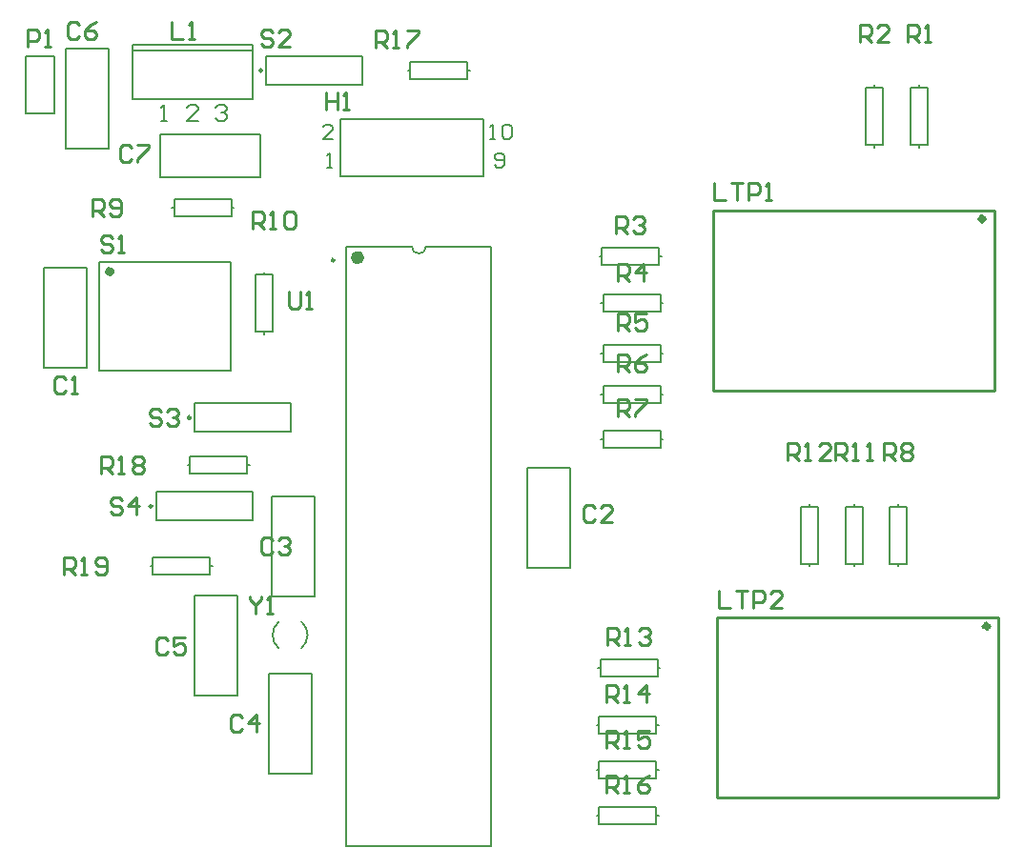
<source format=gbr>
%TF.GenerationSoftware,Altium Limited,Altium Designer,18.1.7 (191)*%
G04 Layer_Color=65535*
%FSLAX26Y26*%
%MOIN*%
%TF.FileFunction,Legend,Top*%
%TF.Part,Single*%
G01*
G75*
%TA.AperFunction,NonConductor*%
%ADD23C,0.007874*%
%ADD24C,0.009842*%
%ADD25C,0.023622*%
%ADD26C,0.020000*%
%ADD27C,0.025000*%
%ADD28C,0.010000*%
%ADD29C,0.007870*%
%ADD30C,0.005906*%
%ADD31C,0.008000*%
D23*
X1064601Y758570D02*
G03*
X1065242Y850875I-39601J46429D01*
G01*
X984759Y850482D02*
G03*
X985399Y758177I40242J-45875D01*
G01*
X1450000Y2164213D02*
G03*
X1500000Y2164213I25000J0D01*
G01*
X895630Y2679606D02*
Y2868583D01*
X474370Y2679606D02*
Y2868583D01*
Y2679606D02*
X895630D01*
X474370Y2868583D02*
X895630D01*
X474370Y2848898D02*
X895630D01*
X960000Y1288276D02*
X1110000D01*
Y938277D02*
Y1288276D01*
X960000Y938277D02*
X1110000D01*
X960000D02*
Y1288276D01*
X1855000Y1040399D02*
X2005000D01*
X1855000D02*
Y1390399D01*
X2005000D01*
Y1040399D02*
Y1390399D01*
X920000Y2405000D02*
Y2555000D01*
X570000Y2405000D02*
X920000D01*
X570000D02*
Y2555000D01*
X920000D01*
X611000Y2300000D02*
X620000D01*
X820000D02*
X829000D01*
X620000D02*
Y2330000D01*
X820000D01*
Y2270000D02*
Y2330000D01*
X620000Y2270000D02*
X820000D01*
X620000D02*
Y2300000D01*
X240000Y2855000D02*
X390000D01*
Y2505000D02*
Y2855000D01*
X240000Y2505000D02*
X390000D01*
X240000D02*
Y2855000D01*
X1221063Y65787D02*
Y2164213D01*
X1728937Y65787D02*
Y2164213D01*
X1221063D02*
X1450000D01*
X1500000D02*
X1728937D01*
X1221063Y65787D02*
X1728937D01*
X165000Y1740000D02*
X315000D01*
X165000D02*
Y2090000D01*
X315000D01*
Y1740000D02*
Y2090000D01*
X100000Y2830000D02*
X200000D01*
Y2630000D02*
Y2830000D01*
X100000Y2630000D02*
X200000D01*
X100000D02*
Y2830000D01*
X3225000Y2520000D02*
X3255000D01*
Y2720000D01*
X3195000D02*
X3255000D01*
X3195000Y2520000D02*
Y2720000D01*
Y2520000D02*
X3225000D01*
Y2720000D02*
Y2729000D01*
Y2511000D02*
Y2520000D01*
X3067308D02*
X3097308D01*
Y2720000D01*
X3037308D02*
X3097308D01*
X3037308Y2520000D02*
Y2720000D01*
Y2520000D02*
X3067308D01*
Y2720000D02*
Y2729000D01*
Y2511000D02*
Y2520000D01*
X2315000Y2130000D02*
Y2160000D01*
X2115000D02*
X2315000D01*
X2115000Y2100000D02*
Y2160000D01*
Y2100000D02*
X2315000D01*
Y2130000D01*
X2106000D02*
X2115000D01*
X2315000D02*
X2324000D01*
X2320000Y1965000D02*
Y1995000D01*
X2120000D02*
X2320000D01*
X2120000Y1935000D02*
Y1995000D01*
Y1935000D02*
X2320000D01*
Y1965000D01*
X2111000D02*
X2120000D01*
X2320000D02*
X2329000D01*
X2320000Y1790000D02*
Y1820000D01*
X2120000D02*
X2320000D01*
X2120000Y1760000D02*
Y1820000D01*
Y1760000D02*
X2320000D01*
Y1790000D01*
X2111000D02*
X2120000D01*
X2320000D02*
X2329000D01*
X2320000Y1646538D02*
Y1676538D01*
X2120000D02*
X2320000D01*
X2120000Y1616538D02*
Y1676538D01*
Y1616538D02*
X2320000D01*
Y1646538D01*
X2111000D02*
X2120000D01*
X2320000D02*
X2329000D01*
X2320000Y1488846D02*
Y1518846D01*
X2120000D02*
X2320000D01*
X2120000Y1458846D02*
Y1518846D01*
Y1458846D02*
X2320000D01*
Y1488846D01*
X2111000D02*
X2120000D01*
X2320000D02*
X2329000D01*
X1200000Y2410000D02*
X1700000D01*
X1200000Y2610000D02*
X1700000D01*
X1200000Y2410000D02*
Y2610000D01*
X1700000Y2410000D02*
Y2610000D01*
X3151952Y1054267D02*
X3181952D01*
Y1254267D01*
X3121952D02*
X3181952D01*
X3121952Y1054267D02*
Y1254267D01*
Y1054267D02*
X3151952D01*
Y1254267D02*
Y1263267D01*
Y1045267D02*
Y1054267D01*
X935000Y1865000D02*
X965000D01*
Y2065000D01*
X905000D02*
X965000D01*
X905000Y1865000D02*
Y2065000D01*
Y1865000D02*
X935000D01*
Y2065000D02*
Y2074000D01*
Y1856000D02*
Y1865000D01*
X2997121Y1054267D02*
X3027121D01*
Y1254267D01*
X2967121D02*
X3027121D01*
X2967121Y1054267D02*
Y1254267D01*
Y1054267D02*
X2997121D01*
Y1254267D02*
Y1263267D01*
Y1045267D02*
Y1054267D01*
X2839428D02*
X2869428D01*
Y1254267D01*
X2809428D02*
X2869428D01*
X2809428Y1054267D02*
Y1254267D01*
Y1054267D02*
X2839428D01*
Y1254267D02*
Y1263267D01*
Y1045267D02*
Y1054267D01*
X2310000Y690000D02*
Y720000D01*
X2110000D02*
X2310000D01*
X2110000Y660000D02*
Y720000D01*
Y660000D02*
X2310000D01*
Y690000D01*
X2101000D02*
X2110000D01*
X2310000D02*
X2319000D01*
X2305733Y489044D02*
Y519044D01*
X2105733D02*
X2305733D01*
X2105733Y459044D02*
Y519044D01*
Y459044D02*
X2305733D01*
Y489044D01*
X2096733D02*
X2105733D01*
X2305733D02*
X2314733D01*
X2305733Y331351D02*
Y361351D01*
X2105733D02*
X2305733D01*
X2105733Y301351D02*
Y361351D01*
Y301351D02*
X2305733D01*
Y331351D01*
X2096733D02*
X2105733D01*
X2305733D02*
X2314733D01*
X2305733Y173659D02*
Y203659D01*
X2105733D02*
X2305733D01*
X2105733Y143659D02*
Y203659D01*
Y143659D02*
X2305733D01*
Y173659D01*
X2096733D02*
X2105733D01*
X2305733D02*
X2314733D01*
X690000Y591968D02*
Y941968D01*
Y591968D02*
X840000D01*
Y941968D01*
X690000D02*
X840000D01*
X950000Y320000D02*
Y670000D01*
Y320000D02*
X1100000D01*
Y670000D01*
X950000D02*
X1100000D01*
X941496Y2830000D02*
X1278504D01*
Y2730000D02*
Y2830000D01*
X941496Y2730000D02*
X1278504D01*
X941496D02*
Y2830000D01*
X1645000Y2780000D02*
Y2810000D01*
X1445000D02*
X1645000D01*
X1445000Y2750000D02*
Y2810000D01*
Y2750000D02*
X1645000D01*
Y2780000D01*
X1436000D02*
X1445000D01*
X1645000D02*
X1654000D01*
X691496Y1615000D02*
X1028504D01*
Y1515000D02*
Y1615000D01*
X691496Y1515000D02*
X1028504D01*
X691496D02*
Y1615000D01*
X675000Y1370000D02*
Y1400000D01*
Y1370000D02*
X875000D01*
Y1430000D01*
X675000D02*
X875000D01*
X675000Y1400000D02*
Y1430000D01*
X875000Y1400000D02*
X884000D01*
X666000D02*
X675000D01*
X556496Y1305000D02*
X893504D01*
Y1205000D02*
Y1305000D01*
X556496Y1205000D02*
X893504D01*
X556496D02*
Y1305000D01*
X545000Y1015000D02*
Y1045000D01*
Y1015000D02*
X745000D01*
Y1075000D01*
X545000D02*
X745000D01*
X545000Y1045000D02*
Y1075000D01*
X745000Y1045000D02*
X754000D01*
X536000D02*
X545000D01*
D24*
X1179921Y2116181D02*
G03*
X1179921Y2116181I-4921J0D01*
G01*
X927480Y2779961D02*
G03*
X927480Y2779961I-4921J0D01*
G01*
X677480Y1564961D02*
G03*
X677480Y1564961I-4921J0D01*
G01*
X542480Y1254961D02*
G03*
X542480Y1254961I-4921J0D01*
G01*
D25*
X1272244Y2124843D02*
G03*
X1272244Y2124843I-11811J0D01*
G01*
D26*
X3466000Y835000D02*
G03*
X3466000Y835000I-7000J0D01*
G01*
X3450870Y2259961D02*
G03*
X3450870Y2259961I-7000J0D01*
G01*
D27*
X398234Y2076000D02*
G03*
X398234Y2076000I-4234J0D01*
G01*
D28*
X2518000Y865000D02*
X3502252D01*
X2518000Y235079D02*
Y865000D01*
Y235079D02*
X2518079Y235000D01*
X3502252D01*
Y865000D01*
X2502870Y2289961D02*
X3487122D01*
X2502870Y1660040D02*
Y2289961D01*
Y1660040D02*
X2502949Y1659961D01*
X3487122D01*
Y2289961D01*
X610000Y2948481D02*
Y2888500D01*
X649987D01*
X669981D02*
X689974D01*
X679977D01*
Y2948481D01*
X669981Y2938484D01*
X469987Y2509984D02*
X459990Y2519981D01*
X439997D01*
X430000Y2509984D01*
Y2469997D01*
X439997Y2460000D01*
X459990D01*
X469987Y2469997D01*
X489981Y2519981D02*
X529968D01*
Y2509984D01*
X489981Y2469997D01*
Y2460000D01*
X286487Y2938484D02*
X276490Y2948481D01*
X256497D01*
X246500Y2938484D01*
Y2898497D01*
X256497Y2888500D01*
X276490D01*
X286487Y2898497D01*
X346468Y2948481D02*
X326474Y2938484D01*
X306481Y2918490D01*
Y2898497D01*
X316477Y2888500D01*
X336471D01*
X346468Y2898497D01*
Y2908494D01*
X336471Y2918490D01*
X306481D01*
X106500Y2863500D02*
Y2923481D01*
X136490D01*
X146487Y2913484D01*
Y2893490D01*
X136490Y2883494D01*
X106500D01*
X166481Y2863500D02*
X186474D01*
X176477D01*
Y2923481D01*
X166481Y2913484D01*
X885000Y939981D02*
Y929984D01*
X904994Y909990D01*
X924987Y929984D01*
Y939981D01*
X904994Y909990D02*
Y880000D01*
X944981D02*
X964974D01*
X954977D01*
Y939981D01*
X944981Y929984D01*
X1020000Y2004981D02*
Y1954997D01*
X1029997Y1945000D01*
X1049990D01*
X1059987Y1954997D01*
Y2004981D01*
X1079981Y1945000D02*
X1099974D01*
X1089977D01*
Y2004981D01*
X1079981Y1994984D01*
X437987Y1274984D02*
X427990Y1284981D01*
X407997D01*
X398000Y1274984D01*
Y1264987D01*
X407997Y1254990D01*
X427990D01*
X437987Y1244994D01*
Y1234997D01*
X427990Y1225000D01*
X407997D01*
X398000Y1234997D01*
X487971Y1225000D02*
Y1284981D01*
X457981Y1254990D01*
X497968D01*
X572987Y1584984D02*
X562990Y1594981D01*
X542997D01*
X533000Y1584984D01*
Y1574987D01*
X542997Y1564990D01*
X562990D01*
X572987Y1554994D01*
Y1544997D01*
X562990Y1535000D01*
X542997D01*
X533000Y1544997D01*
X592981Y1584984D02*
X602977Y1594981D01*
X622971D01*
X632968Y1584984D01*
Y1574987D01*
X622971Y1564990D01*
X612974D01*
X622971D01*
X632968Y1554994D01*
Y1544997D01*
X622971Y1535000D01*
X602977D01*
X592981Y1544997D01*
X962987Y2913984D02*
X952990Y2923981D01*
X932997D01*
X923000Y2913984D01*
Y2903987D01*
X932997Y2893990D01*
X952990D01*
X962987Y2883994D01*
Y2873997D01*
X952990Y2864000D01*
X932997D01*
X923000Y2873997D01*
X1022968Y2864000D02*
X982981D01*
X1022968Y2903987D01*
Y2913984D01*
X1012971Y2923981D01*
X992977D01*
X982981Y2913984D01*
X403487Y2194484D02*
X393490Y2204481D01*
X373497D01*
X363500Y2194484D01*
Y2184487D01*
X373497Y2174490D01*
X393490D01*
X403487Y2164494D01*
Y2154497D01*
X393490Y2144500D01*
X373497D01*
X363500Y2154497D01*
X423481Y2144500D02*
X443474D01*
X433477D01*
Y2204481D01*
X423481Y2194484D01*
X234000Y1015000D02*
Y1074981D01*
X263990D01*
X273987Y1064984D01*
Y1044990D01*
X263990Y1034994D01*
X234000D01*
X253994D02*
X273987Y1015000D01*
X293981D02*
X313974D01*
X303977D01*
Y1074981D01*
X293981Y1064984D01*
X343964Y1024997D02*
X353961Y1015000D01*
X373955D01*
X383952Y1024997D01*
Y1064984D01*
X373955Y1074981D01*
X353961D01*
X343964Y1064984D01*
Y1054987D01*
X353961Y1044990D01*
X383952D01*
X364000Y1370000D02*
Y1429981D01*
X393990D01*
X403987Y1419984D01*
Y1399990D01*
X393990Y1389994D01*
X364000D01*
X383993D02*
X403987Y1370000D01*
X423981D02*
X443974D01*
X433977D01*
Y1429981D01*
X423981Y1419984D01*
X473964D02*
X483961Y1429981D01*
X503955D01*
X513952Y1419984D01*
Y1409987D01*
X503955Y1399990D01*
X513952Y1389994D01*
Y1379997D01*
X503955Y1370000D01*
X483961D01*
X473964Y1379997D01*
Y1389994D01*
X483961Y1399990D01*
X473964Y1409987D01*
Y1419984D01*
X483961Y1399990D02*
X503955D01*
X1323000Y2859000D02*
Y2918981D01*
X1352990D01*
X1362987Y2908984D01*
Y2888990D01*
X1352990Y2878994D01*
X1323000D01*
X1342994D02*
X1362987Y2859000D01*
X1382981D02*
X1402974D01*
X1392977D01*
Y2918981D01*
X1382981Y2908984D01*
X1432964Y2918981D02*
X1472951D01*
Y2908984D01*
X1432964Y2868997D01*
Y2859000D01*
X2131000Y253000D02*
Y312981D01*
X2160990D01*
X2170987Y302984D01*
Y282990D01*
X2160990Y272993D01*
X2131000D01*
X2150994D02*
X2170987Y253000D01*
X2190981D02*
X2210974D01*
X2200977D01*
Y312981D01*
X2190981Y302984D01*
X2280952Y312981D02*
X2260958Y302984D01*
X2240964Y282990D01*
Y262997D01*
X2250961Y253000D01*
X2270955D01*
X2280952Y262997D01*
Y272993D01*
X2270955Y282990D01*
X2240964D01*
X2131000Y411000D02*
Y470981D01*
X2160990D01*
X2170987Y460984D01*
Y440990D01*
X2160990Y430993D01*
X2131000D01*
X2150994D02*
X2170987Y411000D01*
X2190981D02*
X2210974D01*
X2200977D01*
Y470981D01*
X2190981Y460984D01*
X2280952Y470981D02*
X2240964D01*
Y440990D01*
X2260958Y450987D01*
X2270955D01*
X2280952Y440990D01*
Y420997D01*
X2270955Y411000D01*
X2250961D01*
X2240964Y420997D01*
X2131000Y569000D02*
Y628981D01*
X2160990D01*
X2170987Y618984D01*
Y598990D01*
X2160990Y588994D01*
X2131000D01*
X2150994D02*
X2170987Y569000D01*
X2190981D02*
X2210974D01*
X2200977D01*
Y628981D01*
X2190981Y618984D01*
X2270955Y569000D02*
Y628981D01*
X2240964Y598990D01*
X2280952D01*
X2135000Y770000D02*
Y829981D01*
X2164990D01*
X2174987Y819984D01*
Y799990D01*
X2164990Y789994D01*
X2135000D01*
X2154994D02*
X2174987Y770000D01*
X2194981D02*
X2214974D01*
X2204977D01*
Y829981D01*
X2194981Y819984D01*
X2244964D02*
X2254961Y829981D01*
X2274955D01*
X2284952Y819984D01*
Y809987D01*
X2274955Y799990D01*
X2264958D01*
X2274955D01*
X2284952Y789994D01*
Y779997D01*
X2274955Y770000D01*
X2254961D01*
X2244964Y779997D01*
X2764000Y1416000D02*
Y1475981D01*
X2793990D01*
X2803987Y1465984D01*
Y1445990D01*
X2793990Y1435994D01*
X2764000D01*
X2783994D02*
X2803987Y1416000D01*
X2823981D02*
X2843974D01*
X2833977D01*
Y1475981D01*
X2823981Y1465984D01*
X2913952Y1416000D02*
X2873964D01*
X2913952Y1455987D01*
Y1465984D01*
X2903955Y1475981D01*
X2883961D01*
X2873964Y1465984D01*
X2932000Y1416000D02*
Y1475981D01*
X2961990D01*
X2971987Y1465984D01*
Y1445990D01*
X2961990Y1435994D01*
X2932000D01*
X2951994D02*
X2971987Y1416000D01*
X2991981D02*
X3011974D01*
X3001977D01*
Y1475981D01*
X2991981Y1465984D01*
X3041964Y1416000D02*
X3061958D01*
X3051961D01*
Y1475981D01*
X3041964Y1465984D01*
X895000Y2227000D02*
Y2286981D01*
X924990D01*
X934987Y2276984D01*
Y2256990D01*
X924990Y2246994D01*
X895000D01*
X914994D02*
X934987Y2227000D01*
X954981D02*
X974974D01*
X964977D01*
Y2286981D01*
X954981Y2276984D01*
X1004964D02*
X1014961Y2286981D01*
X1034955D01*
X1044951Y2276984D01*
Y2236997D01*
X1034955Y2227000D01*
X1014961D01*
X1004964Y2236997D01*
Y2276984D01*
X335000Y2270376D02*
Y2330357D01*
X364990D01*
X374987Y2320360D01*
Y2300367D01*
X364990Y2290370D01*
X335000D01*
X354993D02*
X374987Y2270376D01*
X394981Y2280373D02*
X404977Y2270376D01*
X424971D01*
X434968Y2280373D01*
Y2320360D01*
X424971Y2330357D01*
X404977D01*
X394981Y2320360D01*
Y2310363D01*
X404977Y2300367D01*
X434968D01*
X3102000Y1416000D02*
Y1475981D01*
X3131990D01*
X3141987Y1465984D01*
Y1445990D01*
X3131990Y1435994D01*
X3102000D01*
X3121994D02*
X3141987Y1416000D01*
X3161981Y1465984D02*
X3171977Y1475981D01*
X3191971D01*
X3201968Y1465984D01*
Y1455987D01*
X3191971Y1445990D01*
X3201968Y1435994D01*
Y1425997D01*
X3191971Y1416000D01*
X3171977D01*
X3161981Y1425997D01*
Y1435994D01*
X3171977Y1445990D01*
X3161981Y1455987D01*
Y1465984D01*
X3171977Y1445990D02*
X3191971D01*
X2170000Y1568000D02*
Y1627981D01*
X2199990D01*
X2209987Y1617984D01*
Y1597990D01*
X2199990Y1587994D01*
X2170000D01*
X2189994D02*
X2209987Y1568000D01*
X2229981Y1627981D02*
X2269968D01*
Y1617984D01*
X2229981Y1577997D01*
Y1568000D01*
X2170000Y1726000D02*
Y1785981D01*
X2199990D01*
X2209987Y1775984D01*
Y1755990D01*
X2199990Y1745994D01*
X2170000D01*
X2189994D02*
X2209987Y1726000D01*
X2269968Y1785981D02*
X2249974Y1775984D01*
X2229981Y1755990D01*
Y1735997D01*
X2239977Y1726000D01*
X2259971D01*
X2269968Y1735997D01*
Y1745994D01*
X2259971Y1755990D01*
X2229981D01*
X2170000Y1869769D02*
Y1929750D01*
X2199990D01*
X2209987Y1919753D01*
Y1899760D01*
X2199990Y1889763D01*
X2170000D01*
X2189994D02*
X2209987Y1869769D01*
X2269968Y1929750D02*
X2229981D01*
Y1899760D01*
X2249974Y1909756D01*
X2259971D01*
X2269968Y1899760D01*
Y1879766D01*
X2259971Y1869769D01*
X2239977D01*
X2229981Y1879766D01*
X2170000Y2044000D02*
Y2103981D01*
X2199990D01*
X2209987Y2093984D01*
Y2073990D01*
X2199990Y2063994D01*
X2170000D01*
X2189994D02*
X2209987Y2044000D01*
X2259971D02*
Y2103981D01*
X2229981Y2073990D01*
X2269968D01*
X2165000Y2210000D02*
Y2269981D01*
X2194990D01*
X2204987Y2259984D01*
Y2239990D01*
X2194990Y2229994D01*
X2165000D01*
X2184994D02*
X2204987Y2210000D01*
X2224981Y2259984D02*
X2234977Y2269981D01*
X2254971D01*
X2264968Y2259984D01*
Y2249987D01*
X2254971Y2239990D01*
X2244974D01*
X2254971D01*
X2264968Y2229994D01*
Y2219997D01*
X2254971Y2210000D01*
X2234977D01*
X2224981Y2219997D01*
X3017000Y2881000D02*
Y2940981D01*
X3046990D01*
X3056987Y2930984D01*
Y2910990D01*
X3046990Y2900994D01*
X3017000D01*
X3036994D02*
X3056987Y2881000D01*
X3116968D02*
X3076981D01*
X3116968Y2920987D01*
Y2930984D01*
X3106971Y2940981D01*
X3086977D01*
X3076981Y2930984D01*
X3185000Y2881000D02*
Y2940981D01*
X3214990D01*
X3224987Y2930984D01*
Y2910990D01*
X3214990Y2900994D01*
X3185000D01*
X3204994D02*
X3224987Y2881000D01*
X3244981D02*
X3264974D01*
X3254977D01*
Y2940981D01*
X3244981Y2930984D01*
X2523000Y959981D02*
Y900000D01*
X2562987D01*
X2582981Y959981D02*
X2622968D01*
X2602974D01*
Y900000D01*
X2642961D02*
Y959981D01*
X2672952D01*
X2682948Y949984D01*
Y929990D01*
X2672952Y919994D01*
X2642961D01*
X2742929Y900000D02*
X2702942D01*
X2742929Y939987D01*
Y949984D01*
X2732932Y959981D01*
X2712939D01*
X2702942Y949984D01*
X2508039Y2384851D02*
Y2324870D01*
X2548026D01*
X2568020Y2384851D02*
X2608007D01*
X2588013D01*
Y2324870D01*
X2628000D02*
Y2384851D01*
X2657990D01*
X2667987Y2374854D01*
Y2354860D01*
X2657990Y2344863D01*
X2628000D01*
X2687981Y2324870D02*
X2707974D01*
X2697978D01*
Y2384851D01*
X2687981Y2374854D01*
X1152000Y2703981D02*
Y2644000D01*
Y2673990D01*
X1191987D01*
Y2703981D01*
Y2644000D01*
X1211981D02*
X1231974D01*
X1221977D01*
Y2703981D01*
X1211981Y2693984D01*
X595987Y786952D02*
X585990Y796949D01*
X565997D01*
X556000Y786952D01*
Y746965D01*
X565997Y736968D01*
X585990D01*
X595987Y746965D01*
X655968Y796949D02*
X615981D01*
Y766959D01*
X635974Y776956D01*
X645971D01*
X655968Y766959D01*
Y746965D01*
X645971Y736968D01*
X625977D01*
X615981Y746965D01*
X855987Y514984D02*
X845990Y524981D01*
X825997D01*
X816000Y514984D01*
Y474997D01*
X825997Y465000D01*
X845990D01*
X855987Y474997D01*
X905971Y465000D02*
Y524981D01*
X875981Y494990D01*
X915968D01*
X964987Y1136707D02*
X954990Y1146704D01*
X934997D01*
X925000Y1136707D01*
Y1096720D01*
X934997Y1086724D01*
X954990D01*
X964987Y1096720D01*
X984981Y1136707D02*
X994977Y1146704D01*
X1014971D01*
X1024968Y1136707D01*
Y1126711D01*
X1014971Y1116714D01*
X1004974D01*
X1014971D01*
X1024968Y1106717D01*
Y1096720D01*
X1014971Y1086724D01*
X994977D01*
X984981Y1096720D01*
X2089987Y1250383D02*
X2079990Y1260380D01*
X2059997D01*
X2050000Y1250383D01*
Y1210396D01*
X2059997Y1200399D01*
X2079990D01*
X2089987Y1210396D01*
X2149968Y1200399D02*
X2109981D01*
X2149968Y1240386D01*
Y1250383D01*
X2139971Y1260380D01*
X2119977D01*
X2109981Y1250383D01*
X239987Y1699984D02*
X229990Y1709981D01*
X209997D01*
X200000Y1699984D01*
Y1659997D01*
X209997Y1650000D01*
X229990D01*
X239987Y1659997D01*
X259981Y1650000D02*
X279974D01*
X269977D01*
Y1709981D01*
X259981Y1699984D01*
D29*
X357000Y1731000D02*
Y2111000D01*
Y1731000D02*
X817000D01*
Y2111000D01*
X357000D02*
X817000D01*
D30*
X765315Y2651047D02*
X775154Y2660886D01*
X794833D01*
X804672Y2651047D01*
Y2641207D01*
X794833Y2631368D01*
X784994D01*
X794833D01*
X804672Y2621529D01*
Y2611689D01*
X794833Y2601850D01*
X775154D01*
X765315Y2611689D01*
X704672Y2601850D02*
X665315D01*
X704672Y2641207D01*
Y2651047D01*
X694833Y2660886D01*
X675154D01*
X665315Y2651047D01*
X575157Y2601850D02*
X594836D01*
X584997D01*
Y2660886D01*
X575157Y2651047D01*
D31*
X1725000Y2540000D02*
X1741661D01*
X1733331D01*
Y2589984D01*
X1725000Y2581653D01*
X1766653D02*
X1774984Y2589984D01*
X1791645D01*
X1799976Y2581653D01*
Y2548331D01*
X1791645Y2540000D01*
X1774984D01*
X1766653Y2548331D01*
Y2581653D01*
X1740000Y2448331D02*
X1748331Y2440000D01*
X1764992D01*
X1773323Y2448331D01*
Y2481653D01*
X1764992Y2489984D01*
X1748331D01*
X1740000Y2481653D01*
Y2473323D01*
X1748331Y2464992D01*
X1773323D01*
X1155000Y2440000D02*
X1171661D01*
X1163331D01*
Y2489984D01*
X1155000Y2481653D01*
X1173323Y2540000D02*
X1140000D01*
X1173323Y2573323D01*
Y2581653D01*
X1164992Y2589984D01*
X1148331D01*
X1140000Y2581653D01*
%TF.MD5,6e60db902583d9e7368266e10180577e*%
M02*

</source>
